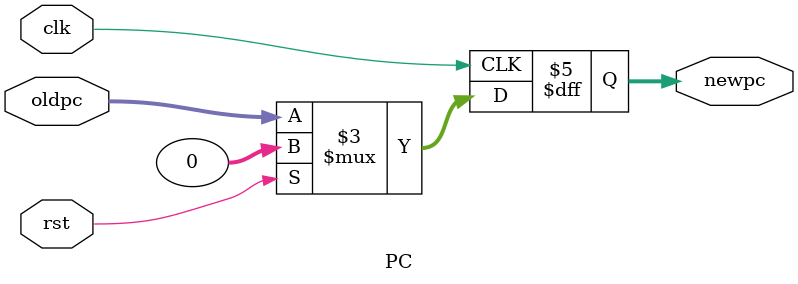
<source format=sv>
module PC (
    input logic clk,
    input logic rst,
    input logic [31:0] oldpc,
    output logic [31:0] newpc
);
    always_ff @(posedge clk) begin
        if (rst)
            newpc <= 0;
        else
            newpc <= oldpc;
    end
endmodule

</source>
